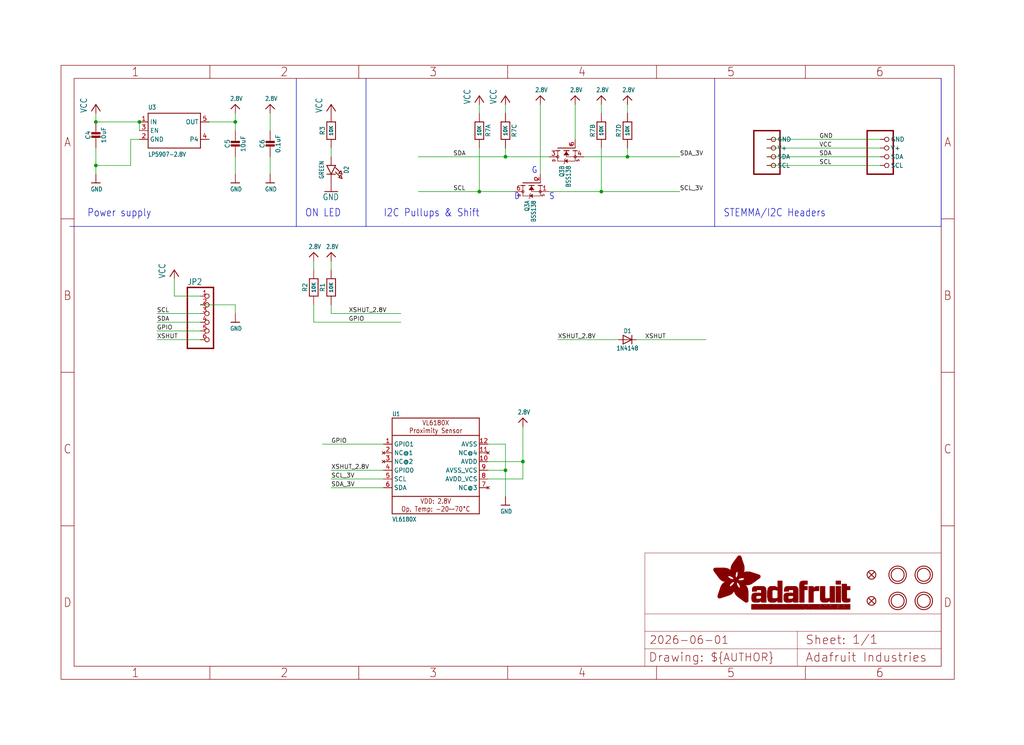
<source format=kicad_sch>
(kicad_sch (version 20230121) (generator eeschema)
  (paper "User" 298.45 217.322)
  (lib_symbols
    (symbol "working-eagle-import:2.8V" (power)
      (property "Value" "2.8V" (at -1.524 1.016 0))
      (symbol "2.8V_1_0"
        (pin power_in line (at 0 -2.54 90) (length 2.54) (name "2.8V") (number "1"))
      )
    )
    (symbol "working-eagle-import:CAP_CERAMIC0603_NO"
      (property "Reference" "C" (at -2.29 1.25 90))
      (symbol "CAP_CERAMIC0603_NO_1_0"
        (pin passive line (at 0 5.08 270) (length 2.54) (name "1") (number "1"))
        (pin passive line (at 0 -2.54 90) (length 2.54) (name "2") (number "2"))
      )
    )
    (symbol "working-eagle-import:CAP_CERAMIC0805-NOOUTLINE"
      (property "Reference" "C" (at -2.29 1.25 90))
      (symbol "CAP_CERAMIC0805-NOOUTLINE_1_0"
        (pin passive line (at 0 5.08 270) (length 2.54) (name "1") (number "1"))
        (pin passive line (at 0 -2.54 90) (length 2.54) (name "2") (number "2"))
      )
    )
    (symbol "working-eagle-import:DIODESOD-323"
      (property "Reference" "D" (at 0 2.54 0))
      (symbol "DIODESOD-323_1_0"
        (pin passive line (at -2.54 0 0) (length 2.54) (name "A") (number "A"))
        (pin passive line (at 2.54 0 180) (length 2.54) (name "C") (number "C"))
      )
    )
    (symbol "working-eagle-import:FIDUCIAL_1MM")
    (symbol "working-eagle-import:FRAME_A4_ADAFRUIT"
      (symbol "FRAME_A4_ADAFRUIT_1_0"
        (text "${#}/${##}" (at 230.505 10.16 0) (effects (font (size 2.54 2.54)) (justify left bottom)))
        (text "${AUTHOR}" (at 189.23 5.08 0) (effects (font (size 2.286 2.286)) (justify left bottom)))
        (text "${CURRENT_DATE}" (at 171.45 10.16 0) (effects (font (size 2.286 2.286)) (justify left bottom)))
        (text "${PROJECTNAME}" (at 171.45 15.24 0) (effects (font (size 2.54 2.54)) (justify left bottom)))
        (text "1" (at 21.6958 1.905 0) (effects (font (size 2.54 2.286))))
        (text "1" (at 21.6958 177.165 0) (effects (font (size 2.54 2.286))))
        (text "2" (at 65.0875 1.905 0) (effects (font (size 2.54 2.286))))
        (text "2" (at 65.0875 177.165 0) (effects (font (size 2.54 2.286))))
        (text "3" (at 108.4792 1.905 0) (effects (font (size 2.54 2.286))))
        (text "3" (at 108.4792 177.165 0) (effects (font (size 2.54 2.286))))
        (text "4" (at 151.8708 1.905 0) (effects (font (size 2.54 2.286))))
        (text "4" (at 151.8708 177.165 0) (effects (font (size 2.54 2.286))))
        (text "5" (at 195.2625 1.905 0) (effects (font (size 2.54 2.286))))
        (text "5" (at 195.2625 177.165 0) (effects (font (size 2.54 2.286))))
        (text "6" (at 238.6542 1.905 0) (effects (font (size 2.54 2.286))))
        (text "6" (at 238.6542 177.165 0) (effects (font (size 2.54 2.286))))
        (text "A" (at 1.905 156.6863 0) (effects (font (size 2.54 2.286))))
        (text "A" (at 258.445 156.6863 0) (effects (font (size 2.54 2.286))))
        (text "Adafruit Industries" (at 216.916 4.953 0) (effects (font (size 2.54 2.54)) (justify left bottom)))
        (text "B" (at 1.905 111.9188 0) (effects (font (size 2.54 2.286))))
        (text "B" (at 258.445 111.9188 0) (effects (font (size 2.54 2.286))))
        (text "C" (at 1.905 67.1513 0) (effects (font (size 2.54 2.286))))
        (text "C" (at 258.445 67.1513 0) (effects (font (size 2.54 2.286))))
        (text "D" (at 1.905 22.3838 0) (effects (font (size 2.54 2.286))))
        (text "D" (at 258.445 22.3838 0) (effects (font (size 2.54 2.286))))
        (text "Drawing:" (at 171.196 4.953 0) (effects (font (size 2.54 2.54)) (justify left bottom)))
        (text "Sheet:" (at 216.916 10.033 0) (effects (font (size 2.54 2.54)) (justify left bottom)))
      )
    )
    (symbol "working-eagle-import:GND" (power)
      (property "Value" "GND" (at -1.524 -2.54 0))
      (symbol "GND_1_0"
        (pin power_in line (at 0 2.54 270) (length 2.54) (name "GND") (number "1"))
      )
    )
    (symbol "working-eagle-import:HEADER-1X670MIL"
      (property "Reference" "JP" (at -6.35 10.795 0))
      (symbol "HEADER-1X670MIL_1_0"
        (pin passive inverted (at -2.54 7.62 0) (length 2.54) (name "1") (number "1"))
        (pin passive inverted (at -2.54 5.08 0) (length 2.54) (name "2") (number "2"))
        (pin passive inverted (at -2.54 2.54 0) (length 2.54) (name "3") (number "3"))
        (pin passive inverted (at -2.54 0 0) (length 2.54) (name "4") (number "4"))
        (pin passive inverted (at -2.54 -2.54 0) (length 2.54) (name "5") (number "5"))
        (pin passive inverted (at -2.54 -5.08 0) (length 2.54) (name "6") (number "6"))
      )
    )
    (symbol "working-eagle-import:LED0603_NOOUTLINE"
      (property "Reference" "D" (at -1.27 4.445 0))
      (symbol "LED0603_NOOUTLINE_1_0"
        (pin passive line (at -5.08 0 0) (length 2.54) (name "A") (number "A"))
        (pin passive line (at 2.54 0 180) (length 2.54) (name "C") (number "C"))
      )
    )
    (symbol "working-eagle-import:MOSFET-N_DUAL"
      (property "Reference" "Q" (at 5.08 0.635 0))
      (symbol "MOSFET-N_DUAL_1_0"
        (text "D" (at 3.175 3.175 0) (effects (font (size 0.8128 0.6908)) (justify left bottom)))
        (text "G" (at -1.27 -1.905 0) (effects (font (size 0.8128 0.6908)) (justify left bottom)))
        (text "S" (at 3.175 -3.81 0) (effects (font (size 0.8128 0.6908)) (justify left bottom)))
        (pin bidirectional line (at 2.54 -5.08 90) (length 2.54) (name "S") (number "1"))
        (pin bidirectional line (at -2.54 -2.54 0) (length 2.54) (name "G") (number "2"))
        (pin bidirectional line (at 2.54 5.08 270) (length 2.54) (name "D") (number "6"))
      )
      (symbol "MOSFET-N_DUAL_2_0"
        (text "D" (at 3.175 3.175 0) (effects (font (size 0.8128 0.6908)) (justify left bottom)))
        (text "G" (at -1.27 -1.905 0) (effects (font (size 0.8128 0.6908)) (justify left bottom)))
        (text "S" (at 3.175 -3.81 0) (effects (font (size 0.8128 0.6908)) (justify left bottom)))
        (pin bidirectional line (at 2.54 5.08 270) (length 2.54) (name "D") (number "3"))
        (pin bidirectional line (at 2.54 -5.08 90) (length 2.54) (name "S") (number "4"))
        (pin bidirectional line (at -2.54 -2.54 0) (length 2.54) (name "G") (number "5"))
      )
    )
    (symbol "working-eagle-import:MOUNTINGHOLE2.5")
    (symbol "working-eagle-import:RESISTOR_0603_NOOUT"
      (property "Reference" "R" (at 0 2.54 0))
      (symbol "RESISTOR_0603_NOOUT_1_0"
        (pin passive line (at -5.08 0 0) (length 2.54) (name "1") (number "1"))
        (pin passive line (at 5.08 0 180) (length 2.54) (name "2") (number "2"))
      )
    )
    (symbol "working-eagle-import:RESISTOR_4PACK"
      (property "Reference" "R" (at 0 2.54 0))
      (symbol "RESISTOR_4PACK_1_0"
        (pin passive line (at -5.08 0 0) (length 2.54) (name "1") (number "1"))
        (pin passive line (at 5.08 0 180) (length 2.54) (name "2") (number "8"))
      )
      (symbol "RESISTOR_4PACK_2_0"
        (pin passive line (at -5.08 0 0) (length 2.54) (name "1") (number "2"))
        (pin passive line (at 5.08 0 180) (length 2.54) (name "2") (number "7"))
      )
      (symbol "RESISTOR_4PACK_3_0"
        (pin passive line (at -5.08 0 0) (length 2.54) (name "1") (number "3"))
        (pin passive line (at 5.08 0 180) (length 2.54) (name "2") (number "6"))
      )
      (symbol "RESISTOR_4PACK_4_0"
        (pin passive line (at -5.08 0 0) (length 2.54) (name "1") (number "4"))
        (pin passive line (at 5.08 0 180) (length 2.54) (name "2") (number "5"))
      )
    )
    (symbol "working-eagle-import:STEMMA_I2C_QT"
      (symbol "STEMMA_I2C_QT_1_0"
        (pin passive inverted (at 0 5.08 0) (length 2.54) (name "GND") (number "1"))
        (pin passive inverted (at 0 2.54 0) (length 2.54) (name "V+") (number "2"))
        (pin passive inverted (at 0 0 0) (length 2.54) (name "SDA") (number "3"))
        (pin passive inverted (at 0 -2.54 0) (length 2.54) (name "SCL") (number "4"))
      )
      (symbol "STEMMA_I2C_QT_2_0"
        (pin bidirectional line (at 0 0 0) (length 5.08) (name "MT") (number "MT1"))
      )
      (symbol "STEMMA_I2C_QT_3_0"
        (pin bidirectional line (at 0 0 0) (length 5.08) (name "MT") (number "MT2"))
      )
    )
    (symbol "working-eagle-import:VCC" (power)
      (property "Value" "VCC" (at -2.54 -2.54 90))
      (symbol "VCC_1_0"
        (pin power_in line (at 0 -2.54 90) (length 2.54) (name "VCC") (number "1"))
      )
    )
    (symbol "working-eagle-import:VL6180X"
      (property "Reference" "U" (at -12.7 13.1826 0))
      (symbol "VL6180X_1_0"
        (text "VDD: 2.8V\nOp. Temp: -20~~70°C" (at 0 -12.7 0) (effects (font (size 1.4224 1.209))))
        (text "VL6180X\nProximity Sensor" (at 0 10.16 0) (effects (font (size 1.4224 1.209))))
        (pin bidirectional line (at -15.24 5.08 0) (length 2.54) (name "GPIO1") (number "1"))
        (pin power_in line (at 15.24 0 180) (length 2.54) (name "AVDD") (number "10"))
        (pin no_connect line (at 15.24 2.54 180) (length 2.54) (name "NC@4") (number "11"))
        (pin power_in line (at 15.24 5.08 180) (length 2.54) (name "AVSS") (number "12"))
        (pin no_connect line (at -15.24 2.54 0) (length 2.54) (name "NC@1") (number "2"))
        (pin no_connect line (at -15.24 0 0) (length 2.54) (name "NC@2") (number "3"))
        (pin bidirectional line (at -15.24 -2.54 0) (length 2.54) (name "GPIO0") (number "4"))
        (pin input line (at -15.24 -5.08 0) (length 2.54) (name "SCL") (number "5"))
        (pin bidirectional line (at -15.24 -7.62 0) (length 2.54) (name "SDA") (number "6"))
        (pin no_connect line (at 15.24 -7.62 180) (length 2.54) (name "NC@3") (number "7"))
        (pin power_in line (at 15.24 -5.08 180) (length 2.54) (name "AVDD_VCS") (number "8"))
        (pin power_in line (at 15.24 -2.54 180) (length 2.54) (name "AVSS_VCS") (number "9"))
      )
    )
    (symbol "working-eagle-import:VREG_SOT23-5"
      (property "Reference" "U" (at -7.62 6.096 0))
      (symbol "VREG_SOT23-5_1_0"
        (pin power_in line (at -10.16 2.54 0) (length 2.54) (name "IN") (number "1"))
        (pin power_in line (at -10.16 -2.54 0) (length 2.54) (name "GND") (number "2"))
        (pin input line (at -10.16 0 0) (length 2.54) (name "EN") (number "3"))
        (pin bidirectional line (at 10.16 -2.54 180) (length 2.54) (name "P4") (number "4"))
        (pin power_in line (at 10.16 2.54 180) (length 2.54) (name "OUT") (number "5"))
      )
    )
    (symbol "working-eagle-import:supply1_GND" (power)
      (property "Value" "supply1_GND" (at -2.54 -2.54 0))
      (symbol "supply1_GND_1_0"
        (pin power_in line (at 0 2.54 270) (length 2.54) (name "GND") (number "1"))
      )
    )
  )
  (junction (at 175.26 55.88))
  (junction (at 40.64 35.56))
  (junction (at 27.94 48.26))
  (junction (at 147.32 45.72))
  (junction (at 68.58 35.56))
  (junction (at 152.4 134.62))
  (junction (at 182.88 45.72))
  (junction (at 147.32 137.16))
  (junction (at 139.7 55.88))
  (junction (at 27.94 35.56))
  (wire (pts (xy 27.94 48.26) (xy 27.94 43.18)) (stroke (width 0.1524)))
  (wire (pts (xy 223.52 43.18) (xy 256.54 43.18)) (stroke (width 0.1524)))
  (wire (pts (xy 152.4 134.62) (xy 152.4 124.46)) (stroke (width 0.1524)))
  (wire (pts (xy 160.02 55.88) (xy 175.26 55.88)) (stroke (width 0.1524)))
  (wire (pts (xy 167.64 40.64) (xy 167.64 30.48)) (stroke (width 0.1524)))
  (wire (pts (xy 68.58 88.9) (xy 68.58 91.44)) (stroke (width 0.1524)))
  (wire (pts (xy 175.26 33.02) (xy 175.26 30.48)) (stroke (width 0.1524)))
  (wire (pts (xy 111.76 129.54) (xy 93.98 129.54)) (stroke (width 0.1524)))
  (wire (pts (xy 182.88 45.72) (xy 198.12 45.72)) (stroke (width 0.1524)))
  (wire (pts (xy 139.7 55.88) (xy 121.92 55.88)) (stroke (width 0.1524)))
  (wire (pts (xy 147.32 33.02) (xy 147.32 30.48)) (stroke (width 0.1524)))
  (wire (pts (xy 256.54 40.64) (xy 223.52 40.64)) (stroke (width 0.1524)))
  (wire (pts (xy 27.94 48.26) (xy 27.94 50.8)) (stroke (width 0.1524)))
  (wire (pts (xy 40.64 40.64) (xy 38.1 40.64)) (stroke (width 0.1524)))
  (wire (pts (xy 91.44 78.74) (xy 91.44 76.2)) (stroke (width 0.1524)))
  (wire (pts (xy 142.24 134.62) (xy 152.4 134.62)) (stroke (width 0.1524)))
  (wire (pts (xy 142.24 139.7) (xy 152.4 139.7)) (stroke (width 0.1524)))
  (wire (pts (xy 91.44 93.98) (xy 91.44 88.9)) (stroke (width 0.1524)))
  (wire (pts (xy 147.32 137.16) (xy 147.32 144.78)) (stroke (width 0.1524)))
  (wire (pts (xy 78.74 45.72) (xy 78.74 50.8)) (stroke (width 0.1524)))
  (wire (pts (xy 205.74 99.06) (xy 185.42 99.06)) (stroke (width 0.1524)))
  (wire (pts (xy 40.64 38.1) (xy 40.64 35.56)) (stroke (width 0.1524)))
  (wire (pts (xy 58.42 96.52) (xy 45.72 96.52)) (stroke (width 0.1524)))
  (wire (pts (xy 139.7 30.48) (xy 139.7 33.02)) (stroke (width 0.1524)))
  (wire (pts (xy 142.24 137.16) (xy 147.32 137.16)) (stroke (width 0.1524)))
  (wire (pts (xy 152.4 139.7) (xy 152.4 134.62)) (stroke (width 0.1524)))
  (polyline (pts (xy 106.68 22.86) (xy 106.68 66.04)) (stroke (width 0.1524) (type solid)))
  (wire (pts (xy 116.84 91.44) (xy 96.52 91.44)) (stroke (width 0.1524)))
  (wire (pts (xy 60.96 35.56) (xy 68.58 35.56)) (stroke (width 0.1524)))
  (wire (pts (xy 147.32 43.18) (xy 147.32 45.72)) (stroke (width 0.1524)))
  (wire (pts (xy 27.94 33.02) (xy 27.94 35.56)) (stroke (width 0.1524)))
  (wire (pts (xy 147.32 129.54) (xy 147.32 137.16)) (stroke (width 0.1524)))
  (wire (pts (xy 116.84 93.98) (xy 91.44 93.98)) (stroke (width 0.1524)))
  (wire (pts (xy 111.76 142.24) (xy 96.52 142.24)) (stroke (width 0.1524)))
  (wire (pts (xy 170.18 45.72) (xy 182.88 45.72)) (stroke (width 0.1524)))
  (polyline (pts (xy 208.28 66.04) (xy 274.32 66.04)) (stroke (width 0.1524) (type solid)))
  (wire (pts (xy 175.26 55.88) (xy 198.12 55.88)) (stroke (width 0.1524)))
  (wire (pts (xy 96.52 78.74) (xy 96.52 76.2)) (stroke (width 0.1524)))
  (wire (pts (xy 50.8 86.36) (xy 50.8 81.28)) (stroke (width 0.1524)))
  (wire (pts (xy 182.88 43.18) (xy 182.88 45.72)) (stroke (width 0.1524)))
  (wire (pts (xy 58.42 99.06) (xy 45.72 99.06)) (stroke (width 0.1524)))
  (wire (pts (xy 142.24 129.54) (xy 147.32 129.54)) (stroke (width 0.1524)))
  (polyline (pts (xy 20.32 66.04) (xy 86.36 66.04)) (stroke (width 0.1524) (type solid)))
  (wire (pts (xy 147.32 45.72) (xy 121.92 45.72)) (stroke (width 0.1524)))
  (wire (pts (xy 58.42 88.9) (xy 68.58 88.9)) (stroke (width 0.1524)))
  (polyline (pts (xy 86.36 22.86) (xy 86.36 66.04)) (stroke (width 0.1524) (type solid)))
  (wire (pts (xy 68.58 35.56) (xy 68.58 33.02)) (stroke (width 0.1524)))
  (wire (pts (xy 78.74 33.02) (xy 78.74 38.1)) (stroke (width 0.1524)))
  (wire (pts (xy 149.86 55.88) (xy 139.7 55.88)) (stroke (width 0.1524)))
  (wire (pts (xy 68.58 35.56) (xy 68.58 38.1)) (stroke (width 0.1524)))
  (wire (pts (xy 58.42 91.44) (xy 45.72 91.44)) (stroke (width 0.1524)))
  (wire (pts (xy 40.64 35.56) (xy 27.94 35.56)) (stroke (width 0.1524)))
  (wire (pts (xy 256.54 45.72) (xy 223.52 45.72)) (stroke (width 0.1524)))
  (wire (pts (xy 68.58 45.72) (xy 68.58 50.8)) (stroke (width 0.1524)))
  (wire (pts (xy 58.42 93.98) (xy 45.72 93.98)) (stroke (width 0.1524)))
  (wire (pts (xy 38.1 40.64) (xy 38.1 48.26)) (stroke (width 0.1524)))
  (polyline (pts (xy 86.36 66.04) (xy 106.68 66.04)) (stroke (width 0.1524) (type solid)))
  (wire (pts (xy 58.42 86.36) (xy 50.8 86.36)) (stroke (width 0.1524)))
  (wire (pts (xy 157.48 50.8) (xy 157.48 30.48)) (stroke (width 0.1524)))
  (wire (pts (xy 175.26 43.18) (xy 175.26 55.88)) (stroke (width 0.1524)))
  (polyline (pts (xy 208.28 22.86) (xy 208.28 66.04)) (stroke (width 0.1524) (type solid)))
  (polyline (pts (xy 106.68 66.04) (xy 208.28 66.04)) (stroke (width 0.1524) (type solid)))
  (wire (pts (xy 38.1 48.26) (xy 27.94 48.26)) (stroke (width 0.1524)))
  (wire (pts (xy 160.02 45.72) (xy 147.32 45.72)) (stroke (width 0.1524)))
  (wire (pts (xy 139.7 43.18) (xy 139.7 55.88)) (stroke (width 0.1524)))
  (wire (pts (xy 96.52 45.72) (xy 96.52 43.18)) (stroke (width 0.1524)))
  (wire (pts (xy 180.34 99.06) (xy 162.56 99.06)) (stroke (width 0.1524)))
  (polyline (pts (xy 274.32 22.86) (xy 274.32 66.04)) (stroke (width 0.1524) (type solid)))
  (wire (pts (xy 182.88 33.02) (xy 182.88 30.48)) (stroke (width 0.1524)))
  (wire (pts (xy 96.52 91.44) (xy 96.52 88.9)) (stroke (width 0.1524)))
  (wire (pts (xy 111.76 139.7) (xy 96.52 139.7)) (stroke (width 0.1524)))
  (wire (pts (xy 111.76 137.16) (xy 96.52 137.16)) (stroke (width 0.1524)))
  (wire (pts (xy 223.52 48.26) (xy 256.54 48.26)) (stroke (width 0.1524)))
  (text "S" (at 160.02 58.42 0) (effects (font (size 1.778 1.5113)) (justify left bottom)))
  (text "STEMMA/I2C Headers" (at 210.82 63.5 0) (effects (font (size 2.1844 1.8567)) (justify left bottom)))
  (text "G" (at 154.94 50.8 0) (effects (font (size 1.778 1.5113)) (justify left bottom)))
  (text "ON LED" (at 88.9 63.5 0) (effects (font (size 2.1844 1.8567)) (justify left bottom)))
  (text "I2C Pullups & Shift" (at 111.76 63.5 0) (effects (font (size 2.1844 1.8567)) (justify left bottom)))
  (text "D" (at 149.86 58.42 0) (effects (font (size 1.778 1.5113)) (justify left bottom)))
  (text "Power supply" (at 25.4 63.5 0) (effects (font (size 2.1844 1.8567)) (justify left bottom)))
  (label "XSHUT" (at 45.72 99.06 0) (effects (font (size 1.2446 1.2446))))
  (label "SDA_3V" (at 198.12 45.72 0) (effects (font (size 1.2446 1.2446))))
  (label "SDA" (at 45.72 93.98 0) (effects (font (size 1.2446 1.2446))))
  (label "VCC" (at 238.76 43.18 0) (effects (font (size 1.2446 1.2446))))
  (label "SCL" (at 238.76 48.26 0) (effects (font (size 1.2446 1.2446))))
  (label "SDA" (at 238.76 45.72 0) (effects (font (size 1.2446 1.2446))))
  (label "GPIO" (at 45.72 96.52 0) (effects (font (size 1.2446 1.2446))))
  (label "XSHUT_2.8V" (at 162.56 99.06 0) (effects (font (size 1.2446 1.2446))))
  (label "GND" (at 238.76 40.64 0) (effects (font (size 1.2446 1.2446))))
  (label "SCL_3V" (at 198.12 55.88 0) (effects (font (size 1.2446 1.2446))))
  (label "GPIO" (at 96.52 129.54 0) (effects (font (size 1.2446 1.2446))))
  (label "SCL" (at 45.72 91.44 0) (effects (font (size 1.2446 1.2446))))
  (label "SDA" (at 132.08 45.72 0) (effects (font (size 1.2446 1.2446))))
  (label "SDA_3V" (at 96.52 142.24 0) (effects (font (size 1.2446 1.2446))))
  (label "XSHUT" (at 187.96 99.06 0) (effects (font (size 1.2446 1.2446))))
  (label "XSHUT_2.8V" (at 96.52 137.16 0) (effects (font (size 1.2446 1.2446))))
  (label "SCL" (at 132.08 55.88 0) (effects (font (size 1.2446 1.2446))))
  (label "GPIO" (at 101.6 93.98 0) (effects (font (size 1.2446 1.2446))))
  (label "XSHUT_2.8V" (at 101.6 91.44 0) (effects (font (size 1.2446 1.2446))))
  (label "SCL_3V" (at 96.52 139.7 0) (effects (font (size 1.2446 1.2446))))
  (symbol (lib_id "working-eagle-import:VCC") (at 139.7 27.94 0) (unit 1)
    (property "Reference" "#P+1" (effects hide))
    (property "Value" "VCC" (at 137.16 30.48 90) (effects (font (size 1.778 1.5113)) (justify left bottom)))
  )
  (symbol (lib_id "working-eagle-import:VCC") (at 27.94 30.48 0) (unit 1)
    (property "Reference" "#P+3" (effects hide))
    (property "Value" "VCC" (at 25.4 33.02 90) (effects (font (size 1.778 1.5113)) (justify left bottom)))
  )
  (symbol (lib_id "working-eagle-import:GND") (at 68.58 93.98 0) (unit 1)
    (property "Reference" "#U$22" (effects hide))
    (property "Value" "GND" (at 67.056 96.52 0) (effects (font (size 1.27 1.0795)) (justify left bottom)))
  )
  (symbol (lib_id "working-eagle-import:MOUNTINGHOLE2.5") (at 269.24 167.64 0) (unit 1)
    (property "Reference" "U$33" (effects hide))
    (property "Value" "MOUNTINGHOLE2.5" (effects hide))
    (property "Footprint" "working:MOUNTINGHOLE_2.5_PLATED" (effects hide))
  )
  (symbol (lib_id "working-eagle-import:2.8V") (at 157.48 27.94 0) (unit 1)
    (property "Reference" "#U$24" (effects hide))
    (property "Value" "2.8V" (at 155.956 26.924 0) (effects (font (size 1.27 1.0795)) (justify left bottom)))
  )
  (symbol (lib_id "working-eagle-import:VCC") (at 50.8 78.74 0) (unit 1)
    (property "Reference" "#P+4" (effects hide))
    (property "Value" "VCC" (at 48.26 81.28 90) (effects (font (size 1.778 1.5113)) (justify left bottom)))
  )
  (symbol (lib_id "working-eagle-import:MOUNTINGHOLE2.5") (at 269.24 175.26 0) (unit 1)
    (property "Reference" "U$34" (effects hide))
    (property "Value" "MOUNTINGHOLE2.5" (effects hide))
    (property "Footprint" "working:MOUNTINGHOLE_2.5_PLATED" (effects hide))
  )
  (symbol (lib_id "working-eagle-import:VCC") (at 96.52 30.48 0) (unit 1)
    (property "Reference" "#P+5" (effects hide))
    (property "Value" "VCC" (at 93.98 33.02 90) (effects (font (size 1.778 1.5113)) (justify left bottom)))
  )
  (symbol (lib_id "working-eagle-import:VCC") (at 147.32 27.94 0) (unit 1)
    (property "Reference" "#P+2" (effects hide))
    (property "Value" "VCC" (at 144.78 30.48 90) (effects (font (size 1.778 1.5113)) (justify left bottom)))
  )
  (symbol (lib_id "working-eagle-import:2.8V") (at 182.88 27.94 0) (unit 1)
    (property "Reference" "#U$27" (effects hide))
    (property "Value" "2.8V" (at 181.356 26.924 0) (effects (font (size 1.27 1.0795)) (justify left bottom)))
  )
  (symbol (lib_id "working-eagle-import:DIODESOD-323") (at 182.88 99.06 0) (unit 1)
    (property "Reference" "D1" (at 182.88 96.52 0) (effects (font (size 1.27 1.0795))))
    (property "Value" "1N4148" (at 182.88 101.56 0) (effects (font (size 1.27 1.0795))))
    (property "Footprint" "working:SOD-323" (effects hide))
  )
  (symbol (lib_id "working-eagle-import:FIDUCIAL_1MM") (at 254 167.64 0) (unit 1)
    (property "Reference" "FID4" (effects hide))
    (property "Value" "FIDUCIAL_1MM" (effects hide))
    (property "Footprint" "working:FIDUCIAL_1MM" (effects hide))
  )
  (symbol (lib_id "working-eagle-import:CAP_CERAMIC0603_NO") (at 78.74 43.18 0) (unit 1)
    (property "Reference" "C6" (at 76.45 41.93 90))
    (property "Value" "0.1uF" (at 81.04 41.93 90))
    (property "Footprint" "working:0603-NO" (effects hide))
  )
  (symbol (lib_id "working-eagle-import:FRAME_A4_ADAFRUIT") (at 17.78 198.12 0) (unit 1)
    (property "Reference" "#U$32" (effects hide))
    (property "Value" "FRAME_A4_ADAFRUIT" (effects hide))
  )
  (symbol (lib_id "working-eagle-import:2.8V") (at 96.52 73.66 0) (unit 1)
    (property "Reference" "#U$10" (effects hide))
    (property "Value" "2.8V" (at 94.996 72.644 0) (effects (font (size 1.27 1.0795)) (justify left bottom)))
  )
  (symbol (lib_id "working-eagle-import:MOSFET-N_DUAL") (at 154.94 53.34 90) (mirror x) (unit 1)
    (property "Reference" "Q3" (at 154.305 58.42 0) (effects (font (size 1.27 1.0795)) (justify left bottom)))
    (property "Value" "BSS138" (at 156.21 58.42 0) (effects (font (size 1.27 1.0795)) (justify left bottom)))
    (property "Footprint" "working:SOT363" (effects hide))
  )
  (symbol (lib_id "working-eagle-import:GND") (at 68.58 53.34 0) (unit 1)
    (property "Reference" "#U$20" (effects hide))
    (property "Value" "GND" (at 67.056 55.88 0) (effects (font (size 1.27 1.0795)) (justify left bottom)))
  )
  (symbol (lib_id "working-eagle-import:RESISTOR_4PACK") (at 147.32 38.1 270) (unit 3)
    (property "Reference" "R7" (at 149.86 38.1 0))
    (property "Value" "10K" (at 147.32 38.1 0) (effects (font (size 1.016 1.016) bold)))
    (property "Footprint" "working:RESPACK_4X0603" (effects hide))
  )
  (symbol (lib_id "working-eagle-import:CAP_CERAMIC0805-NOOUTLINE") (at 27.94 40.64 0) (unit 1)
    (property "Reference" "C4" (at 25.65 39.39 90))
    (property "Value" "10uF" (at 30.24 39.39 90))
    (property "Footprint" "working:0805-NO" (effects hide))
  )
  (symbol (lib_id "working-eagle-import:RESISTOR_0603_NOOUT") (at 91.44 83.82 90) (unit 1)
    (property "Reference" "R2" (at 88.9 83.82 0))
    (property "Value" "10K" (at 91.44 83.82 0) (effects (font (size 1.016 1.016) bold)))
    (property "Footprint" "working:0603-NO" (effects hide))
  )
  (symbol (lib_id "working-eagle-import:GND") (at 78.74 53.34 0) (unit 1)
    (property "Reference" "#U$21" (effects hide))
    (property "Value" "GND" (at 77.216 55.88 0) (effects (font (size 1.27 1.0795)) (justify left bottom)))
  )
  (symbol (lib_id "working-eagle-import:GND") (at 147.32 147.32 0) (unit 1)
    (property "Reference" "#U$7" (effects hide))
    (property "Value" "GND" (at 145.796 149.86 0) (effects (font (size 1.27 1.0795)) (justify left bottom)))
  )
  (symbol (lib_id "working-eagle-import:2.8V") (at 175.26 27.94 0) (unit 1)
    (property "Reference" "#U$26" (effects hide))
    (property "Value" "2.8V" (at 173.736 26.924 0) (effects (font (size 1.27 1.0795)) (justify left bottom)))
  )
  (symbol (lib_id "working-eagle-import:VREG_SOT23-5") (at 50.8 38.1 0) (unit 1)
    (property "Reference" "U3" (at 43.18 32.004 0) (effects (font (size 1.27 1.0795)) (justify left bottom)))
    (property "Value" "LP5907-2.8V" (at 43.18 45.72 0) (effects (font (size 1.27 1.0795)) (justify left bottom)))
    (property "Footprint" "working:SOT23-5" (effects hide))
  )
  (symbol (lib_id "working-eagle-import:MOUNTINGHOLE2.5") (at 261.62 175.26 0) (unit 1)
    (property "Reference" "U$30" (effects hide))
    (property "Value" "MOUNTINGHOLE2.5" (effects hide))
    (property "Footprint" "working:MOUNTINGHOLE_2.5_PLATED" (effects hide))
  )
  (symbol (lib_id "working-eagle-import:HEADER-1X670MIL") (at 60.96 93.98 0) (unit 1)
    (property "Reference" "JP2" (at 54.61 83.185 0) (effects (font (size 1.778 1.5113)) (justify left bottom)))
    (property "Value" "HEADER-1X670MIL" (effects hide))
    (property "Footprint" "working:1X06_ROUND_70" (effects hide))
  )
  (symbol (lib_id "working-eagle-import:STEMMA_I2C_QT") (at 223.52 45.72 0) (unit 1)
    (property "Reference" "CONN3" (effects hide))
    (property "Value" "STEMMA_I2C_QT" (effects hide))
    (property "Footprint" "working:JST_SH4" (effects hide))
  )
  (symbol (lib_id "working-eagle-import:RESISTOR_4PACK") (at 139.7 38.1 270) (unit 1)
    (property "Reference" "R7" (at 142.24 38.1 0))
    (property "Value" "10K" (at 139.7 38.1 0) (effects (font (size 1.016 1.016) bold)))
    (property "Footprint" "working:RESPACK_4X0603" (effects hide))
  )
  (symbol (lib_id "working-eagle-import:RESISTOR_4PACK") (at 175.26 38.1 90) (mirror x) (unit 2)
    (property "Reference" "R7" (at 172.72 38.1 0))
    (property "Value" "10K" (at 175.26 38.1 0) (effects (font (size 1.016 1.016) bold)))
    (property "Footprint" "working:RESPACK_4X0603" (effects hide))
  )
  (symbol (lib_id "working-eagle-import:MOUNTINGHOLE2.5") (at 261.62 167.64 0) (unit 1)
    (property "Reference" "U$31" (effects hide))
    (property "Value" "MOUNTINGHOLE2.5" (effects hide))
    (property "Footprint" "working:MOUNTINGHOLE_2.5_PLATED" (effects hide))
  )
  (symbol (lib_id "working-eagle-import:GND") (at 27.94 53.34 0) (unit 1)
    (property "Reference" "#U$19" (effects hide))
    (property "Value" "GND" (at 26.416 55.88 0) (effects (font (size 1.27 1.0795)) (justify left bottom)))
  )
  (symbol (lib_id "working-eagle-import:VL6180X") (at 127 134.62 0) (unit 1)
    (property "Reference" "U1" (at 114.3 121.4374 0) (effects (font (size 1.27 1.0795)) (justify left bottom)))
    (property "Value" "VL6180X" (at 114.3 152.1714 0) (effects (font (size 1.27 1.0795)) (justify left bottom)))
    (property "Footprint" "working:VL6180" (effects hide))
  )
  (symbol (lib_id "working-eagle-import:2.8V") (at 91.44 73.66 0) (unit 1)
    (property "Reference" "#U$9" (effects hide))
    (property "Value" "2.8V" (at 89.916 72.644 0) (effects (font (size 1.27 1.0795)) (justify left bottom)))
  )
  (symbol (lib_id "working-eagle-import:2.8V") (at 167.64 27.94 0) (unit 1)
    (property "Reference" "#U$25" (effects hide))
    (property "Value" "2.8V" (at 166.116 26.924 0) (effects (font (size 1.27 1.0795)) (justify left bottom)))
  )
  (symbol (lib_id "working-eagle-import:supply1_GND") (at 96.52 55.88 0) (unit 1)
    (property "Reference" "#GND6" (effects hide))
    (property "Value" "GND" (at 93.98 58.42 0) (effects (font (size 1.778 1.5113)) (justify left bottom)))
  )
  (symbol (lib_id "working-eagle-import:RESISTOR_0603_NOOUT") (at 96.52 83.82 90) (unit 1)
    (property "Reference" "R1" (at 93.98 83.82 0))
    (property "Value" "10K" (at 96.52 83.82 0) (effects (font (size 1.016 1.016) bold)))
    (property "Footprint" "working:0603-NO" (effects hide))
  )
  (symbol (lib_id "working-eagle-import:2.8V") (at 68.58 30.48 0) (unit 1)
    (property "Reference" "#U$23" (effects hide))
    (property "Value" "2.8V" (at 67.056 29.464 0) (effects (font (size 1.27 1.0795)) (justify left bottom)))
  )
  (symbol (lib_id "working-eagle-import:2.8V") (at 152.4 121.92 0) (unit 1)
    (property "Reference" "#U$5" (effects hide))
    (property "Value" "2.8V" (at 150.876 120.904 0) (effects (font (size 1.27 1.0795)) (justify left bottom)))
  )
  (symbol (lib_id "working-eagle-import:MOSFET-N_DUAL") (at 165.1 43.18 90) (mirror x) (unit 2)
    (property "Reference" "Q3" (at 164.465 48.26 0) (effects (font (size 1.27 1.0795)) (justify left bottom)))
    (property "Value" "BSS138" (at 166.37 48.26 0) (effects (font (size 1.27 1.0795)) (justify left bottom)))
    (property "Footprint" "working:SOT363" (effects hide))
  )
  (symbol (lib_id "working-eagle-import:RESISTOR_4PACK") (at 182.88 38.1 90) (mirror x) (unit 4)
    (property "Reference" "R7" (at 180.34 38.1 0))
    (property "Value" "10K" (at 182.88 38.1 0) (effects (font (size 1.016 1.016) bold)))
    (property "Footprint" "working:RESPACK_4X0603" (effects hide))
  )
  (symbol (lib_id "working-eagle-import:STEMMA_I2C_QT") (at 256.54 45.72 0) (unit 1)
    (property "Reference" "CONN4" (effects hide))
    (property "Value" "STEMMA_I2C_QT" (effects hide))
    (property "Footprint" "working:JST_SH4" (effects hide))
  )
  (symbol (lib_id "working-eagle-import:FIDUCIAL_1MM") (at 254 175.26 0) (unit 1)
    (property "Reference" "FID1" (effects hide))
    (property "Value" "FIDUCIAL_1MM" (effects hide))
    (property "Footprint" "working:FIDUCIAL_1MM" (effects hide))
  )
  (symbol (lib_id "working-eagle-import:CAP_CERAMIC0805-NOOUTLINE") (at 68.58 43.18 0) (unit 1)
    (property "Reference" "C5" (at 66.29 41.93 90))
    (property "Value" "10uF" (at 70.88 41.93 90))
    (property "Footprint" "working:0805-NO" (effects hide))
  )
  (symbol (lib_id "working-eagle-import:2.8V") (at 78.74 30.48 0) (unit 1)
    (property "Reference" "#U$40" (effects hide))
    (property "Value" "2.8V" (at 77.216 29.464 0) (effects (font (size 1.27 1.0795)) (justify left bottom)))
  )
  (symbol (lib_id "working-eagle-import:RESISTOR_0603_NOOUT") (at 96.52 38.1 90) (unit 1)
    (property "Reference" "R3" (at 93.98 38.1 0))
    (property "Value" "10K" (at 96.52 38.1 0) (effects (font (size 1.016 1.016) bold)))
    (property "Footprint" "working:0603-NO" (effects hide))
  )
  (symbol (lib_id "working-eagle-import:LED0603_NOOUTLINE") (at 96.52 50.8 270) (unit 1)
    (property "Reference" "D2" (at 100.965 49.53 0) (effects (font (size 1.27 1.0795))))
    (property "Value" "GREEN" (at 93.726 49.53 0) (effects (font (size 1.27 1.0795))))
    (property "Footprint" "working:CHIPLED_0603_NOOUTLINE" (effects hide))
  )
)
</source>
